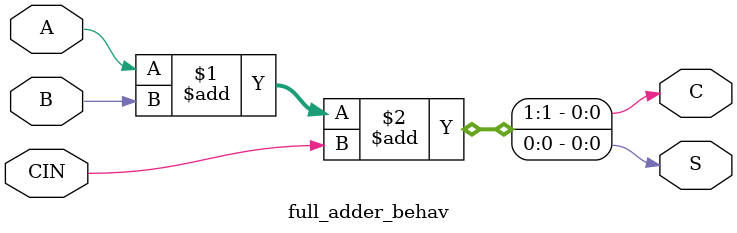
<source format=v>
module full_adder_behav (A,B,CIN,S,C);
input A,B,CIN;
output S,C;

assign {C,S} = A + B + CIN ;

endmodule 
</source>
